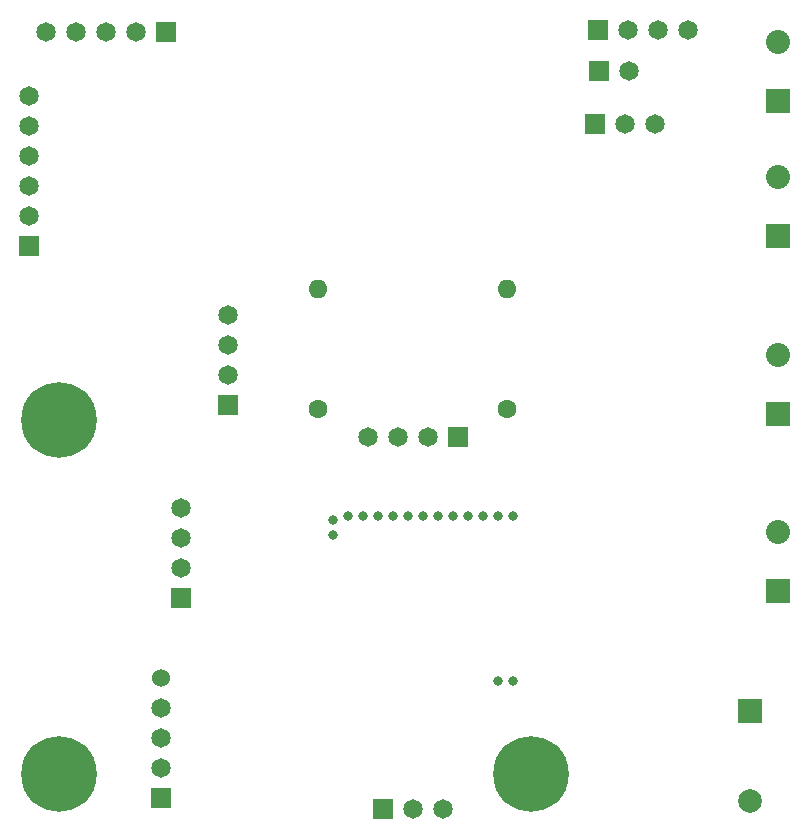
<source format=gbs>
%TF.GenerationSoftware,KiCad,Pcbnew,6.0.2+dfsg-1*%
%TF.CreationDate,2022-06-19T17:26:26+02:00*%
%TF.ProjectId,PlantSensor,506c616e-7453-4656-9e73-6f722e6b6963,3*%
%TF.SameCoordinates,PX5f5e100PY623a7c0*%
%TF.FileFunction,Soldermask,Bot*%
%TF.FilePolarity,Negative*%
%FSLAX46Y46*%
G04 Gerber Fmt 4.6, Leading zero omitted, Abs format (unit mm)*
G04 Created by KiCad (PCBNEW 6.0.2+dfsg-1) date 2022-06-19 17:26:26*
%MOMM*%
%LPD*%
G01*
G04 APERTURE LIST*
%ADD10R,1.651000X1.651000*%
%ADD11C,1.651000*%
%ADD12R,2.000000X2.000000*%
%ADD13C,2.000000*%
%ADD14C,1.600000*%
%ADD15O,1.600000X1.600000*%
%ADD16R,2.032000X2.032000*%
%ADD17C,2.032000*%
%ADD18C,1.524000*%
%ADD19C,6.400000*%
%ADD20C,0.800000*%
G04 APERTURE END LIST*
D10*
%TO.C,J6*%
X50690000Y68000000D03*
D11*
X53230000Y68000000D03*
X55770000Y68000000D03*
X58310000Y68000000D03*
%TD*%
D12*
%TO.C,BZ1*%
X63500000Y10300000D03*
D13*
X63500000Y2700000D03*
%TD*%
D10*
%TO.C,U1*%
X50460000Y60000000D03*
D11*
X53000000Y60000000D03*
X55540000Y60000000D03*
%TD*%
D14*
%TO.C,SW1*%
X27000000Y35920000D03*
D15*
X27000000Y46080000D03*
%TD*%
D16*
%TO.C,J3*%
X65950000Y35500000D03*
D17*
X65950000Y40500000D03*
%TD*%
D10*
%TO.C,U6*%
X15350000Y19920000D03*
D11*
X15350000Y22460000D03*
X15350000Y25000000D03*
X15350000Y27540000D03*
%TD*%
D10*
%TO.C,U5*%
X38797500Y33490000D03*
D11*
X36257500Y33490000D03*
X33717500Y33490000D03*
X31177500Y33490000D03*
%TD*%
D10*
%TO.C,U8*%
X13715000Y2920000D03*
D11*
X13715000Y5460000D03*
X13715000Y8000000D03*
X13715000Y10540000D03*
D18*
X13715000Y13080000D03*
%TD*%
D19*
%TO.C,REF\u002A\u002A*%
X5000000Y5000000D03*
%TD*%
%TO.C,REF\u002A\u002A*%
X5000000Y35000000D03*
%TD*%
D14*
%TO.C,SW2*%
X43000000Y35920000D03*
D15*
X43000000Y46080000D03*
%TD*%
D10*
%TO.C,U11*%
X19367520Y36190000D03*
D11*
X19367520Y38730000D03*
X19367520Y41270000D03*
X19367520Y43810000D03*
%TD*%
D10*
%TO.C,U7*%
X14080000Y67840000D03*
D11*
X11540000Y67840000D03*
X9000000Y67840000D03*
X6460000Y67840000D03*
X3920000Y67840000D03*
%TD*%
D16*
%TO.C,J4*%
X65950000Y20500000D03*
D17*
X65950000Y25500000D03*
%TD*%
D16*
%TO.C,J2*%
X65950000Y50500000D03*
D17*
X65950000Y55500000D03*
%TD*%
D10*
%TO.C,U10*%
X32460000Y2000000D03*
D11*
X35000000Y2000000D03*
X37540000Y2000000D03*
%TD*%
D10*
%TO.C,U9*%
X2500000Y49650000D03*
D11*
X2500000Y52190000D03*
X2500000Y54730000D03*
X2500000Y57270000D03*
X2500000Y59810000D03*
X2500000Y62350000D03*
%TD*%
D19*
%TO.C,REF\u002A\u002A*%
X45000000Y5000000D03*
%TD*%
D16*
%TO.C,J1*%
X65950000Y62000000D03*
D17*
X65950000Y67000000D03*
%TD*%
D20*
%TO.C,U4*%
X43490000Y26851000D03*
X42220000Y26851000D03*
X40950000Y26851000D03*
X39680000Y26851000D03*
X38410000Y26851000D03*
X37140000Y26851000D03*
X35870000Y26851000D03*
X34600000Y26851000D03*
X33330000Y26851000D03*
X32060000Y26851000D03*
X30790000Y26851000D03*
X29520000Y26851000D03*
X28261000Y26481000D03*
X28261000Y25211000D03*
X42220000Y12881000D03*
X43490000Y12881000D03*
%TD*%
D10*
%TO.C,J5*%
X50730000Y64500000D03*
D11*
X53270000Y64500000D03*
%TD*%
M02*

</source>
